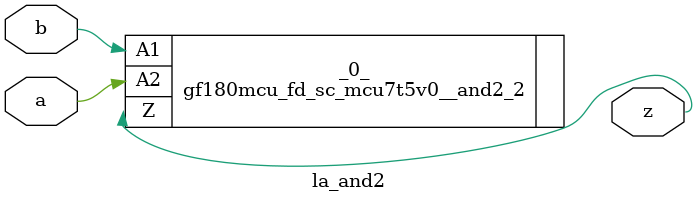
<source format=v>
/* Generated by Yosys 0.37 (git sha1 a5c7f69ed, clang 14.0.0-1ubuntu1.1 -fPIC -Os) */

module la_and2(a, b, z);
  input a;
  wire a;
  input b;
  wire b;
  output z;
  wire z;
  gf180mcu_fd_sc_mcu7t5v0__and2_2 _0_ (
    .A1(b),
    .A2(a),
    .Z(z)
  );
endmodule

</source>
